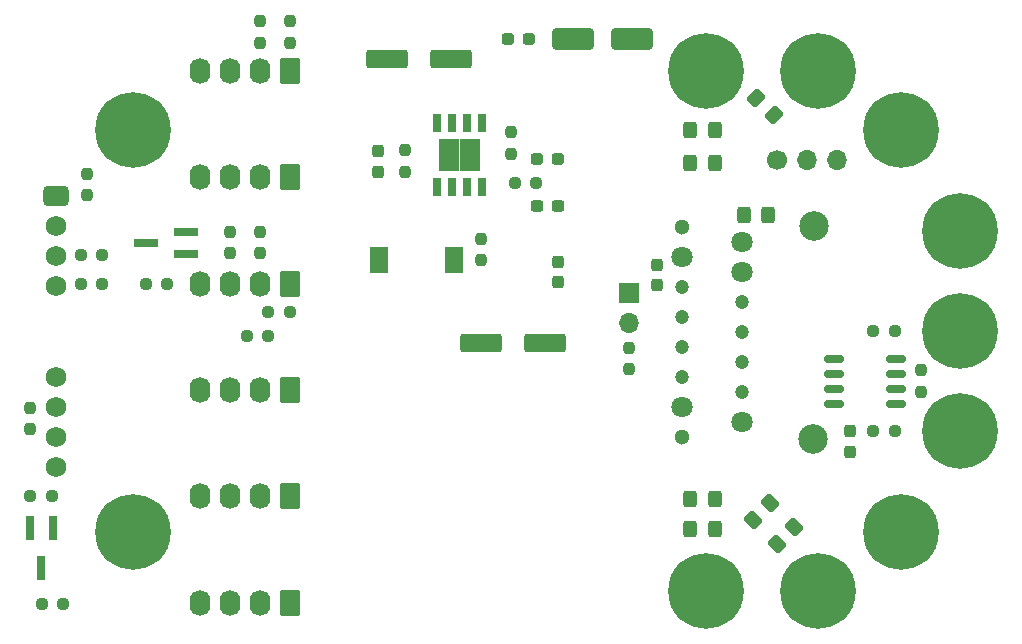
<source format=gbr>
%TF.GenerationSoftware,KiCad,Pcbnew,7.0.8*%
%TF.CreationDate,2023-11-04T19:47:02-03:00*%
%TF.ProjectId,PECDR,50454344-522e-46b6-9963-61645f706362,rev?*%
%TF.SameCoordinates,Original*%
%TF.FileFunction,Soldermask,Bot*%
%TF.FilePolarity,Negative*%
%FSLAX46Y46*%
G04 Gerber Fmt 4.6, Leading zero omitted, Abs format (unit mm)*
G04 Created by KiCad (PCBNEW 7.0.8) date 2023-11-04 19:47:02*
%MOMM*%
%LPD*%
G01*
G04 APERTURE LIST*
G04 Aperture macros list*
%AMRoundRect*
0 Rectangle with rounded corners*
0 $1 Rounding radius*
0 $2 $3 $4 $5 $6 $7 $8 $9 X,Y pos of 4 corners*
0 Add a 4 corners polygon primitive as box body*
4,1,4,$2,$3,$4,$5,$6,$7,$8,$9,$2,$3,0*
0 Add four circle primitives for the rounded corners*
1,1,$1+$1,$2,$3*
1,1,$1+$1,$4,$5*
1,1,$1+$1,$6,$7*
1,1,$1+$1,$8,$9*
0 Add four rect primitives between the rounded corners*
20,1,$1+$1,$2,$3,$4,$5,0*
20,1,$1+$1,$4,$5,$6,$7,0*
20,1,$1+$1,$6,$7,$8,$9,0*
20,1,$1+$1,$8,$9,$2,$3,0*%
G04 Aperture macros list end*
%ADD10RoundRect,0.250000X0.620000X0.845000X-0.620000X0.845000X-0.620000X-0.845000X0.620000X-0.845000X0*%
%ADD11O,1.740000X2.190000*%
%ADD12C,0.800000*%
%ADD13C,6.400000*%
%ADD14C,1.700000*%
%ADD15O,1.700000X1.700000*%
%ADD16C,1.740000*%
%ADD17RoundRect,0.435000X0.660000X-0.435000X0.660000X0.435000X-0.660000X0.435000X-0.660000X-0.435000X0*%
%ADD18C,1.300000*%
%ADD19C,1.800000*%
%ADD20C,1.200000*%
%ADD21C,2.500000*%
%ADD22R,1.700000X1.700000*%
%ADD23RoundRect,0.237500X0.250000X0.237500X-0.250000X0.237500X-0.250000X-0.237500X0.250000X-0.237500X0*%
%ADD24RoundRect,0.237500X-0.237500X0.250000X-0.237500X-0.250000X0.237500X-0.250000X0.237500X0.250000X0*%
%ADD25R,2.000000X0.700000*%
%ADD26RoundRect,0.237500X0.237500X-0.250000X0.237500X0.250000X-0.237500X0.250000X-0.237500X-0.250000X0*%
%ADD27RoundRect,0.237500X-0.250000X-0.237500X0.250000X-0.237500X0.250000X0.237500X-0.250000X0.237500X0*%
%ADD28RoundRect,0.250000X1.500000X0.550000X-1.500000X0.550000X-1.500000X-0.550000X1.500000X-0.550000X0*%
%ADD29RoundRect,0.250000X-1.500000X-0.550000X1.500000X-0.550000X1.500000X0.550000X-1.500000X0.550000X0*%
%ADD30RoundRect,0.237500X0.237500X-0.300000X0.237500X0.300000X-0.237500X0.300000X-0.237500X-0.300000X0*%
%ADD31RoundRect,0.237500X-0.237500X0.300000X-0.237500X-0.300000X0.237500X-0.300000X0.237500X0.300000X0*%
%ADD32RoundRect,0.237500X-0.300000X-0.237500X0.300000X-0.237500X0.300000X0.237500X-0.300000X0.237500X0*%
%ADD33RoundRect,0.250000X-0.325000X-0.450000X0.325000X-0.450000X0.325000X0.450000X-0.325000X0.450000X0*%
%ADD34RoundRect,0.250000X-1.500000X-0.650000X1.500000X-0.650000X1.500000X0.650000X-1.500000X0.650000X0*%
%ADD35RoundRect,0.237500X-0.287500X-0.237500X0.287500X-0.237500X0.287500X0.237500X-0.287500X0.237500X0*%
%ADD36RoundRect,0.250000X-0.088388X0.548008X-0.548008X0.088388X0.088388X-0.548008X0.548008X-0.088388X0*%
%ADD37RoundRect,0.250000X0.325000X0.450000X-0.325000X0.450000X-0.325000X-0.450000X0.325000X-0.450000X0*%
%ADD38R,0.700000X2.000000*%
%ADD39R,1.600000X2.200000*%
%ADD40R,0.650000X1.500000*%
%ADD41R,1.800000X1.350000*%
%ADD42RoundRect,0.250000X0.548008X0.088388X0.088388X0.548008X-0.548008X-0.088388X-0.088388X-0.548008X0*%
%ADD43RoundRect,0.250000X0.088388X-0.548008X0.548008X-0.088388X-0.088388X0.548008X-0.548008X0.088388X0*%
%ADD44RoundRect,0.150000X-0.675000X-0.150000X0.675000X-0.150000X0.675000X0.150000X-0.675000X0.150000X0*%
G04 APERTURE END LIST*
D10*
%TO.C,J5*%
X56790000Y-58302944D03*
D11*
X54250000Y-58302944D03*
X51710000Y-58302944D03*
X49170000Y-58302944D03*
%TD*%
D12*
%TO.C,J14*%
X111100000Y-80302944D03*
X111802944Y-78605888D03*
X111802944Y-82000000D03*
X113500000Y-77902944D03*
D13*
X113500000Y-80302944D03*
D12*
X113500000Y-82702944D03*
X115197056Y-78605888D03*
X115197056Y-82000000D03*
X115900000Y-80302944D03*
%TD*%
D14*
%TO.C,J16*%
X98000000Y-65802944D03*
D15*
X100540000Y-65802944D03*
X103080000Y-65802944D03*
%TD*%
D16*
%TO.C,J7*%
X37020000Y-91822944D03*
X37020000Y-89282944D03*
X37020000Y-86742944D03*
X37020000Y-84202944D03*
%TD*%
D12*
%TO.C,J2*%
X99100000Y-102302944D03*
X99802944Y-100605888D03*
X99802944Y-104000000D03*
X101500000Y-99902944D03*
D13*
X101500000Y-102302944D03*
D12*
X101500000Y-104702944D03*
X103197056Y-100605888D03*
X103197056Y-104000000D03*
X103900000Y-102302944D03*
%TD*%
D10*
%TO.C,J11*%
X56790000Y-103302944D03*
D11*
X54250000Y-103302944D03*
X51710000Y-103302944D03*
X49170000Y-103302944D03*
%TD*%
D10*
%TO.C,J10*%
X56790000Y-94302944D03*
D11*
X54250000Y-94302944D03*
X51710000Y-94302944D03*
X49170000Y-94302944D03*
%TD*%
D12*
%TO.C,J3*%
X99100000Y-58302944D03*
X99802944Y-56605888D03*
X99802944Y-60000000D03*
X101500000Y-55902944D03*
D13*
X101500000Y-58302944D03*
D12*
X101500000Y-60702944D03*
X103197056Y-56605888D03*
X103197056Y-60000000D03*
X103900000Y-58302944D03*
%TD*%
%TO.C,J15*%
X111100000Y-88802944D03*
X111802944Y-87105888D03*
X111802944Y-90500000D03*
X113500000Y-86402944D03*
D13*
X113500000Y-88802944D03*
D12*
X113500000Y-91202944D03*
X115197056Y-87105888D03*
X115197056Y-90500000D03*
X115900000Y-88802944D03*
%TD*%
%TO.C,J13*%
X45900000Y-97302944D03*
X45197056Y-99000000D03*
X45197056Y-95605888D03*
X43500000Y-99702944D03*
D13*
X43500000Y-97302944D03*
D12*
X43500000Y-94902944D03*
X41802944Y-99000000D03*
X41802944Y-95605888D03*
X41100000Y-97302944D03*
%TD*%
D10*
%TO.C,J6*%
X56790000Y-67302944D03*
D11*
X54250000Y-67302944D03*
X51710000Y-67302944D03*
X49170000Y-67302944D03*
%TD*%
D12*
%TO.C,J13*%
X110900000Y-97302944D03*
X110197056Y-99000000D03*
X110197056Y-95605888D03*
X108500000Y-99702944D03*
D13*
X108500000Y-97302944D03*
D12*
X108500000Y-94902944D03*
X106802944Y-99000000D03*
X106802944Y-95605888D03*
X106100000Y-97302944D03*
%TD*%
D10*
%TO.C,J9*%
X56790000Y-85302944D03*
D11*
X54250000Y-85302944D03*
X51710000Y-85302944D03*
X49170000Y-85302944D03*
%TD*%
D12*
%TO.C,J13*%
X45900000Y-63302944D03*
X45197056Y-65000000D03*
X45197056Y-61605888D03*
X43500000Y-65702944D03*
D13*
X43500000Y-63302944D03*
D12*
X43500000Y-60902944D03*
X41802944Y-65000000D03*
X41802944Y-61605888D03*
X41100000Y-63302944D03*
%TD*%
D16*
%TO.C,J17*%
X37020000Y-76502944D03*
X37020000Y-73962944D03*
X37020000Y-71422944D03*
D17*
X37020000Y-68882944D03*
%TD*%
D12*
%TO.C,J1*%
X89600000Y-58302944D03*
X90302944Y-56605888D03*
X90302944Y-60000000D03*
X92000000Y-55902944D03*
D13*
X92000000Y-58302944D03*
D12*
X92000000Y-60702944D03*
X93697056Y-56605888D03*
X93697056Y-60000000D03*
X94400000Y-58302944D03*
%TD*%
%TO.C,J12*%
X89600000Y-102302944D03*
X90302944Y-100605888D03*
X90302944Y-104000000D03*
X92000000Y-99902944D03*
D13*
X92000000Y-102302944D03*
D12*
X92000000Y-104702944D03*
X93697056Y-100605888D03*
X93697056Y-104000000D03*
X94400000Y-102302944D03*
%TD*%
D18*
%TO.C,U5*%
X90000000Y-71522944D03*
D19*
X95080000Y-72792944D03*
X90000000Y-74062944D03*
X95080000Y-75332944D03*
D20*
X90000000Y-76602944D03*
X95080000Y-77872944D03*
X90000000Y-79142944D03*
D21*
X101210000Y-71422944D03*
D20*
X95080000Y-80412944D03*
D21*
X101110000Y-89422944D03*
D20*
X90000000Y-81682944D03*
X95080000Y-82952944D03*
X90000000Y-84222944D03*
X95080000Y-85492944D03*
D19*
X90000000Y-86762944D03*
X95080000Y-88032944D03*
D18*
X90000000Y-89302944D03*
%TD*%
D12*
%TO.C,J4*%
X111100000Y-71802944D03*
X111802944Y-70105888D03*
X111802944Y-73500000D03*
X113500000Y-69402944D03*
D13*
X113500000Y-71802944D03*
D12*
X113500000Y-74202944D03*
X115197056Y-70105888D03*
X115197056Y-73500000D03*
X115900000Y-71802944D03*
%TD*%
D10*
%TO.C,J8*%
X56790000Y-76302944D03*
D11*
X54250000Y-76302944D03*
X51710000Y-76302944D03*
X49170000Y-76302944D03*
%TD*%
D12*
%TO.C,J13*%
X110900000Y-63302944D03*
X110197056Y-65000000D03*
X110197056Y-61605888D03*
X108500000Y-65702944D03*
D13*
X108500000Y-63302944D03*
D12*
X108500000Y-60902944D03*
X106802944Y-65000000D03*
X106802944Y-61605888D03*
X106100000Y-63302944D03*
%TD*%
D22*
%TO.C,JP1*%
X85500000Y-77062944D03*
D15*
X85500000Y-79602944D03*
%TD*%
D23*
%TO.C,R19*%
X40925000Y-76302944D03*
X39100000Y-76302944D03*
%TD*%
D24*
%TO.C,R16*%
X51700000Y-71877944D03*
X51700000Y-73702944D03*
%TD*%
D25*
%TO.C,Q2*%
X48000000Y-71902944D03*
X48000000Y-73802944D03*
X44600000Y-72852944D03*
%TD*%
D26*
%TO.C,R21*%
X85500000Y-83527944D03*
X85500000Y-81702944D03*
%TD*%
D27*
%TO.C,R5*%
X75837500Y-67802944D03*
X77662500Y-67802944D03*
%TD*%
D24*
%TO.C,R10*%
X34800000Y-86802944D03*
X34800000Y-88627944D03*
%TD*%
D28*
%TO.C,C4*%
X70400000Y-57302944D03*
X65000000Y-57302944D03*
%TD*%
D29*
%TO.C,C9*%
X73000000Y-81302944D03*
X78400000Y-81302944D03*
%TD*%
D30*
%TO.C,C6*%
X87900000Y-76402944D03*
X87900000Y-74677944D03*
%TD*%
D31*
%TO.C,C3*%
X104250000Y-88802944D03*
X104250000Y-90527944D03*
%TD*%
D32*
%TO.C,C8*%
X77750000Y-69752944D03*
X79475000Y-69752944D03*
%TD*%
D24*
%TO.C,R18*%
X54300000Y-54077944D03*
X54300000Y-55902944D03*
%TD*%
D23*
%TO.C,R20*%
X40925000Y-73902944D03*
X39100000Y-73902944D03*
%TD*%
D33*
%TO.C,D4*%
X90700000Y-63302944D03*
X92750000Y-63302944D03*
%TD*%
D24*
%TO.C,R8*%
X75500000Y-63477944D03*
X75500000Y-65302944D03*
%TD*%
D34*
%TO.C,D1*%
X80750000Y-55552944D03*
X85750000Y-55552944D03*
%TD*%
D30*
%TO.C,C7*%
X64250000Y-66802944D03*
X64250000Y-65077944D03*
%TD*%
D24*
%TO.C,R6*%
X66500000Y-64977944D03*
X66500000Y-66802944D03*
%TD*%
D35*
%TO.C,FB1*%
X75250000Y-55552944D03*
X77000000Y-55552944D03*
%TD*%
D27*
%TO.C,R2*%
X106175000Y-88802944D03*
X108000000Y-88802944D03*
%TD*%
D36*
%TO.C,D8*%
X99449568Y-96853376D03*
X98000000Y-98302944D03*
%TD*%
D37*
%TO.C,D5*%
X92750000Y-66052944D03*
X90700000Y-66052944D03*
%TD*%
D38*
%TO.C,Q1*%
X34800000Y-97002944D03*
X36700000Y-97002944D03*
X35750000Y-100402944D03*
%TD*%
D37*
%TO.C,D2*%
X97300000Y-70502944D03*
X95250000Y-70502944D03*
%TD*%
D23*
%TO.C,R14*%
X46425000Y-76302944D03*
X44600000Y-76302944D03*
%TD*%
D27*
%TO.C,R11*%
X34800000Y-94302944D03*
X36625000Y-94302944D03*
%TD*%
D26*
%TO.C,R15*%
X54300000Y-73702944D03*
X54300000Y-71877944D03*
%TD*%
%TO.C,R1*%
X110250000Y-85465444D03*
X110250000Y-83640444D03*
%TD*%
D33*
%TO.C,D6*%
X90700000Y-97052944D03*
X92750000Y-97052944D03*
%TD*%
D39*
%TO.C,L1*%
X64300000Y-74302944D03*
X70700000Y-74302944D03*
%TD*%
D24*
%TO.C,R17*%
X56800000Y-54077944D03*
X56800000Y-55902944D03*
%TD*%
D40*
%TO.C,U2*%
X69230000Y-62702944D03*
X70500000Y-62702944D03*
X71770000Y-62702944D03*
X73040000Y-62702944D03*
X73040000Y-68102944D03*
X71770000Y-68102944D03*
X70500000Y-68102944D03*
X69230000Y-68102944D03*
D41*
X72035000Y-64727944D03*
X70235000Y-64727944D03*
X72035000Y-66077944D03*
X70235000Y-66077944D03*
%TD*%
D23*
%TO.C,R13*%
X54975000Y-80702944D03*
X53150000Y-80702944D03*
%TD*%
D35*
%TO.C,FB2*%
X77750000Y-65702944D03*
X79500000Y-65702944D03*
%TD*%
D23*
%TO.C,R9*%
X37600000Y-103402944D03*
X35775000Y-103402944D03*
%TD*%
D37*
%TO.C,D7*%
X92750000Y-94552944D03*
X90700000Y-94552944D03*
%TD*%
D26*
%TO.C,R4*%
X39600000Y-68802944D03*
X39600000Y-66977944D03*
%TD*%
D23*
%TO.C,R3*%
X108000000Y-80302944D03*
X106175000Y-80302944D03*
%TD*%
D42*
%TO.C,D3*%
X97750000Y-62052944D03*
X96300432Y-60603376D03*
%TD*%
D24*
%TO.C,R7*%
X73000000Y-72477944D03*
X73000000Y-74302944D03*
%TD*%
D43*
%TO.C,D9*%
X96000000Y-96302944D03*
X97449568Y-94853376D03*
%TD*%
D23*
%TO.C,R12*%
X56800000Y-78702944D03*
X54975000Y-78702944D03*
%TD*%
D44*
%TO.C,U1*%
X102875000Y-86457944D03*
X102875000Y-85187944D03*
X102875000Y-83917944D03*
X102875000Y-82647944D03*
X108125000Y-82647944D03*
X108125000Y-83917944D03*
X108125000Y-85187944D03*
X108125000Y-86457944D03*
%TD*%
D31*
%TO.C,C1*%
X79500000Y-74440444D03*
X79500000Y-76165444D03*
%TD*%
M02*

</source>
